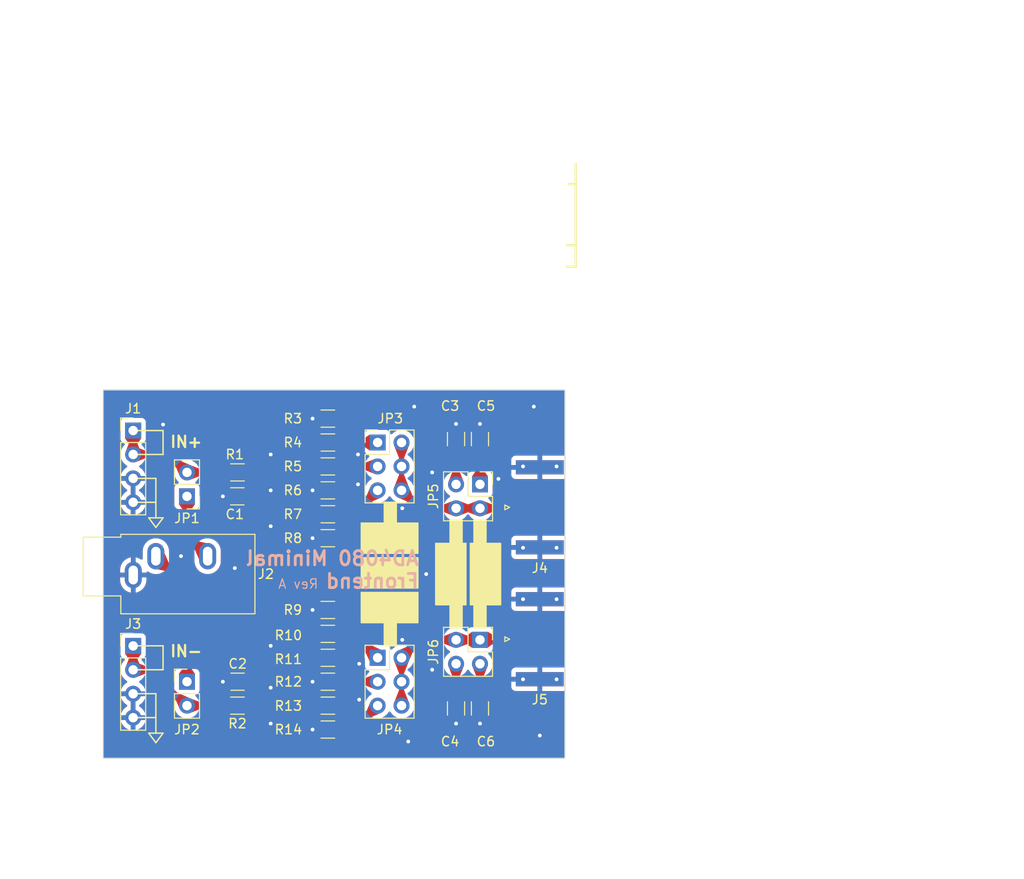
<source format=kicad_pcb>
(kicad_pcb (version 20240108) (generator "pcbnew") (generator_version "8.0")
  (layers (0 "F.Cu" signal) (31 "B.Cu" signal) (34 "B.Paste" user) (35 "F.Paste" user) (36 "B.SilkS" user "B.Silkscreen") (37 "F.SilkS" user "F.Silkscreen") (38 "B.Mask" user) (39 "F.Mask" user) (44 "Edge.Cuts" user))
  (net 0 "")
  (net 1 "Net-(C1-Pad1)")
  (net 2 "GND")
  (net 3 "Net-(C3-Pad2)")
  (net 4 "Net-(C4-Pad1)")
  (net 5 "Net-(C5-Pad2)")
  (net 6 "Net-(C6-Pad1)")
  (net 7 "Net-(JP2-A)")
  (net 8 "Net-(JP1-A)")
  (net 9 "Net-(J3-Pin_1)")
  (net 10 "Net-(C2-Pad1)")
  (net 11 "Net-(J4-In)")
  (net 12 "Net-(J5-In)")
  (net 13 "Net-(JP3-Pad1)")
  (net 14 "Net-(JP3-Pad5)")
  (net 15 "Net-(JP3-Pad3)")
  (net 16 "Net-(JP4-Pad5)")
  (net 17 "Net-(JP4-Pad1)")
  (net 18 "Net-(JP4-Pad3)")
  (net 19 "Net-(J1-Pin_1)")
  (footprint "Resistor_SMD:R_1206_3216Metric_Pad1.30x1.75mm_HandSolder" (layer "F.Cu") (at 60.045 95.249999 180)
    (property "Reference" "R9" (at 2.641 0 180) (layer "F.SilkS") (effects (justify right)))
    (property "Value" "R_US")
    (fp_line (start -0.727064 0.91) (end 0.727064 0.91) (stroke (width 0.12)) (layer "F.SilkS"))
    (fp_line (start -0.727064 -0.91) (end 0.727064 -0.91) (stroke (width 0.12)) (layer "F.SilkS"))
    (pad "1" smd roundrect (at -1.55 0 180) (size 1.3 1.75) (layers "F.Cu" "F.Paste" "F.Mask") (roundrect_rratio 0.192308) (net 17 "Net-(JP4-Pad1)"))
    (pad "2" smd roundrect (at 1.55 0 180) (size 1.3 1.75) (layers "F.Cu" "F.Paste" "F.Mask") (roundrect_rratio 0.192308) (net 2 "GND"))
  )
  (footprint "Connector_Coaxial:SMA_Amphenol_132289_EdgeMount" (layer "F.Cu") (at 82.55 98.357)
    (property "Reference" "J5" (at 0 6.418 180) (layer "F.SilkS"))
    (property "Value" "Conn_Coaxial")
    (fp_line (start -3.71 -0.25) (end -3.71 0.25) (stroke (width 0.12)) (layer "F.SilkS"))
    (fp_line (start -3.71 0.25) (end -3.21 0) (stroke (width 0.12)) (layer "F.SilkS"))
    (fp_line (start -3.21 0) (end -3.71 -0.25) (stroke (width 0.12)) (layer "F.SilkS"))
    (pad "1" smd rect (at 0 0 90) (size 1.5 5.08) (layers "F.Cu" "F.Paste" "F.Mask") (net 12 "Net-(J5-In)"))
    (pad "2" smd rect (at 0 -4.25 90) (size 1.5 5.08) (layers "F.Cu" "F.Paste" "F.Mask") (net 2 "GND"))
    (pad "2" smd rect (at 0 -4.25 90) (size 1.5 5.08) (layers "B.Cu" "B.Paste" "B.Mask") (net 2 "GND"))
    (pad "2" smd rect (at 0 4.25 90) (size 1.5 5.08) (layers "F.Cu" "F.Paste" "F.Mask") (net 2 "GND"))
    (pad "2" smd rect (at 0 4.25 90) (size 1.5 5.08) (layers "B.Cu" "B.Paste" "B.Mask") (net 2 "GND"))
  )
  (footprint "Resistor_SMD:R_1206_3216Metric_Pad1.30x1.75mm_HandSolder" (layer "F.Cu") (at 60.045 102.869999 180)
    (property "Reference" "R12" (at 2.641 0 180) (layer "F.SilkS") (effects (justify right)))
    (property "Value" "R_US")
    (fp_line (start -0.727064 0.91) (end 0.727064 0.91) (stroke (width 0.12)) (layer "F.SilkS"))
    (fp_line (start -0.727064 -0.91) (end 0.727064 -0.91) (stroke (width 0.12)) (layer "F.SilkS"))
    (pad "1" smd roundrect (at -1.55 0 180) (size 1.3 1.75) (layers "F.Cu" "F.Paste" "F.Mask") (roundrect_rratio 0.192308) (net 18 "Net-(JP4-Pad3)"))
    (pad "2" smd roundrect (at 1.55 0 180) (size 1.3 1.75) (layers "F.Cu" "F.Paste" "F.Mask") (roundrect_rratio 0.192308) (net 2 "GND"))
  )
  (footprint "Capacitor_SMD:C_1206_3216Metric_Pad1.33x1.80mm_HandSolder" (layer "F.Cu") (at 50.4575 102.87 180)
    (property "Reference" "C2" (at -0.0125 1.905 0) (layer "F.SilkS"))
    (property "Value" "C")
    (fp_line (start -0.711252 0.91) (end 0.711252 0.91) (stroke (width 0.12)) (layer "F.SilkS"))
    (fp_line (start -0.711252 -0.91) (end 0.711252 -0.91) (stroke (width 0.12)) (layer "F.SilkS"))
    (pad "1" smd roundrect (at -1.5625 0 180) (size 1.325 1.8) (layers "F.Cu" "F.Paste" "F.Mask") (roundrect_rratio 0.188679) (net 10 "Net-(C2-Pad1)"))
    (pad "2" smd roundrect (at 1.5625 0 180) (size 1.325 1.8) (layers "F.Cu" "F.Paste" "F.Mask") (roundrect_rratio 0.188679) (net 2 "GND"))
  )
  (footprint "Connector_PinHeader_2.54mm:PinHeader_1x04_P2.54mm_Vertical" (layer "F.Cu") (at 39.37 99.07)
    (property "Reference" "J3" (at 0 -2.33 0) (layer "F.SilkS"))
    (property "Value" "Conn_01x04_Pin")
    (fp_line (start -1.33 -1.33) (end 0 -1.33) (stroke (width 0.12)) (layer "F.SilkS"))
    (fp_line (start -1.33 0) (end -1.33 -1.33) (stroke (width 0.12)) (layer "F.SilkS"))
    (fp_line (start -1.33 1.27) (end -1.33 8.95) (stroke (width 0.12)) (layer "F.SilkS"))
    (fp_line (start -1.33 1.27) (end 1.33 1.27) (stroke (width 0.12)) (layer "F.SilkS"))
    (fp_line (start -1.33 8.95) (end 1.33 8.95) (stroke (width 0.12)) (layer "F.SilkS"))
    (fp_line (start 1.33 1.27) (end 1.33 8.95) (stroke (width 0.12)) (layer "F.SilkS"))
    (pad "1" thru_hole rect (at 0 0) (size 1.7 1.7) (drill 1) (layers "*.Cu" "*.Mask") (net 9 "Net-(J3-Pin_1)"))
    (pad "2" thru_hole oval (at 0 2.54) (size 1.7 1.7) (drill 1) (layers "*.Cu" "*.Mask") (net 9 "Net-(J3-Pin_1)"))
    (pad "3" thru_hole oval (at 0 5.08) (size 1.7 1.7) (drill 1) (layers "*.Cu" "*.Mask") (net 2 "GND"))
    (pad "4" thru_hole oval (at 0 7.62) (size 1.7 1.7) (drill 1) (layers "*.Cu" "*.Mask") (net 2 "GND"))
  )
  (footprint "Connector_Audio:Jack_3.5mm_CUI_SJ1-3533NG_Horizontal" (layer "F.Cu") (at 39.38 91.54 90)
    (property "Reference" "J2" (at 0.1 14.087 0) (layer "F.SilkS"))
    (property "Value" "AudioJack2_Ground")
    (fp_line (start 4.02 -5.32) (end 4.02 -1.32) (stroke (width 0.12)) (layer "F.SilkS"))
    (fp_line (start -2.22 -5.32) (end 4.02 -5.32) (stroke (width 0.12)) (layer "F.SilkS"))
    (fp_line (start 4.32 -1.32) (end 4.32 12.92) (stroke (width 0.12)) (layer "F.SilkS"))
    (fp_line (start 4.02 -1.32) (end 4.32 -1.32) (stroke (width 0.12)) (layer "F.SilkS"))
    (fp_line (start -2.22 -1.32) (end -2.22 -5.32) (stroke (width 0.12)) (layer "F.SilkS"))
    (fp_line (start -4.12 -1.32) (end -2.22 -1.32) (stroke (width 0.12)) (layer "F.SilkS"))
    (fp_line (start 4.32 12.92) (end -4.12 12.92) (stroke (width 0.12)) (layer "F.SilkS"))
    (fp_line (start -4.12 12.92) (end -4.12 -1.32) (stroke (width 0.12)) (layer "F.SilkS"))
    (pad "R" thru_hole oval (at 2 7.9 90) (size 2.8 1.8) (drill oval 2 1) (layers "*.Cu" "*.Mask") (net 8 "Net-(JP1-A)"))
    (pad "S" thru_hole oval (at 0 0 90) (size 2.8 1.8) (drill oval 2 1) (layers "*.Cu" "*.Mask") (net 2 "GND"))
    (pad "T" thru_hole oval (at 2 2.4 90) (size 2.8 1.8) (drill oval 2 1) (layers "*.Cu" "*.Mask") (net 7 "Net-(JP2-A)"))
  )
  (footprint "Connector_PinHeader_2.54mm:PinHeader_2x02_P2.54mm_Vertical" (layer "F.Cu") (at 76.2 81.915 -90)
    (property "Reference" "JP5" (at 1.27 4.953 90) (layer "F.SilkS"))
    (property "Value" "~")
    (fp_line (start -1.33 3.87) (end 3.87 3.87) (stroke (width 0.12)) (layer "F.SilkS"))
    (fp_line (start -1.33 1.27) (end -1.33 3.87) (stroke (width 0.12)) (layer "F.SilkS"))
    (fp_line (start -1.33 1.27) (end 1.27 1.27) (stroke (width 0.12)) (layer "F.SilkS"))
    (fp_line (start 1.27 1.27) (end 1.27 -1.33) (stroke (width 0.12)) (layer "F.SilkS"))
    (fp_line (start -1.33 0) (end -1.33 -1.33) (stroke (width 0.12)) (layer "F.SilkS"))
    (fp_line (start -1.33 -1.33) (end 0 -1.33) (stroke (width 0.12)) (layer "F.SilkS"))
    (fp_line (start 1.27 -1.33) (end 3.87 -1.33) (stroke (width 0.12)) (layer "F.SilkS"))
    (fp_line (start 3.87 -1.33) (end 3.87 3.87) (stroke (width 0.12)) (layer "F.SilkS"))
    (pad "1" thru_hole rect (at 0 0 270) (size 1.7 1.7) (drill 1) (layers "*.Cu" "*.Mask") (net 5 "Net-(C5-Pad2)"))
    (pad "2" thru_hole oval (at 2.54 0 270) (size 1.7 1.7) (drill 1) (layers "*.Cu" "*.Mask") (net 11 "Net-(J4-In)"))
    (pad "3" thru_hole oval (at 0 2.54 270) (size 1.7 1.7) (drill 1) (layers "*.Cu" "*.Mask") (net 3 "Net-(C3-Pad2)"))
    (pad "4" thru_hole oval (at 2.54 2.54 270) (size 1.7 1.7) (drill 1) (layers "*.Cu" "*.Mask") (net 11 "Net-(J4-In)"))
  )
  (footprint "Resistor_SMD:R_1206_3216Metric_Pad1.30x1.75mm_HandSolder" (layer "F.Cu") (at 60.045 105.409999 180)
    (property "Reference" "R13" (at 2.641 -0.025403 180) (layer "F.SilkS") (effects (justify right)))
    (property "Value" "R_US")
    (fp_line (start -0.727064 0.91) (end 0.727064 0.91) (stroke (width 0.12)) (layer "F.SilkS"))
    (fp_line (start -0.727064 -0.91) (end 0.727064 -0.91) (stroke (width 0.12)) (layer "F.SilkS"))
    (pad "1" smd roundrect (at -1.55 0 180) (size 1.3 1.75) (layers "F.Cu" "F.Paste" "F.Mask") (roundrect_rratio 0.192308) (net 16 "Net-(JP4-Pad5)"))
    (pad "2" smd roundrect (at 1.55 0 180) (size 1.3 1.75) (layers "F.Cu" "F.Paste" "F.Mask") (roundrect_rratio 0.192308) (net 10 "Net-(C2-Pad1)"))
  )
  (footprint "Resistor_SMD:R_1206_3216Metric_Pad1.30x1.75mm_HandSolder" (layer "F.Cu") (at 60.045 74.93 180)
    (property "Reference" "R3" (at 2.641 0 180) (layer "F.SilkS") (effects (justify right)))
    (property "Value" "R_US")
    (fp_line (start -0.727064 0.91) (end 0.727064 0.91) (stroke (width 0.12)) (layer "F.SilkS"))
    (fp_line (start -0.727064 -0.91) (end 0.727064 -0.91) (stroke (width 0.12)) (layer "F.SilkS"))
    (pad "1" smd roundrect (at -1.55 0 180) (size 1.3 1.75) (layers "F.Cu" "F.Paste" "F.Mask") (roundrect_rratio 0.192308) (net 13 "Net-(JP3-Pad1)"))
    (pad "2" smd roundrect (at 1.55 0 180) (size 1.3 1.75) (layers "F.Cu" "F.Paste" "F.Mask") (roundrect_rratio 0.192308) (net 2 "GND"))
  )
  (footprint "Connector_PinHeader_2.54mm:PinHeader_1x02_P2.54mm_Vertical" (layer "F.Cu") (at 45.085 102.87)
    (property "Reference" "JP2" (at 0 5.08 0) (layer "F.SilkS"))
    (property "Value" "Jumper_2_Open")
    (fp_line (start -1.33 -1.33) (end 0 -1.33) (stroke (width 0.12)) (layer "F.SilkS"))
    (fp_line (start -1.33 0) (end -1.33 -1.33) (stroke (width 0.12)) (layer "F.SilkS"))
    (fp_line (start -1.33 1.270001) (end -1.33 3.87) (stroke (width 0.12)) (layer "F.SilkS"))
    (fp_line (start -1.33 1.270001) (end 1.33 1.270001) (stroke (width 0.12)) (layer "F.SilkS"))
    (fp_line (start -1.33 3.87) (end 1.33 3.87) (stroke (width 0.12)) (layer "F.SilkS"))
    (fp_line (start 1.33 1.270001) (end 1.33 3.87) (stroke (width 0.12)) (layer "F.SilkS"))
    (pad "1" thru_hole rect (at 0 0) (size 1.7 1.7) (drill 1) (layers "*.Cu" "*.Mask") (net 7 "Net-(JP2-A)"))
    (pad "2" thru_hole oval (at 0 2.54) (size 1.7 1.7) (drill 1) (layers "*.Cu" "*.Mask") (net 9 "Net-(J3-Pin_1)"))
  )
  (footprint "Connector_PinHeader_2.54mm:PinHeader_1x02_P2.54mm_Vertical" (layer "F.Cu") (at 45.085 83.185 180)
    (property "Reference" "JP1" (at 0 -2.33 180) (layer "F.SilkS"))
    (property "Value" "Jumper_2_Open")
    (fp_line (start 1.33 1.270001) (end 1.33 3.87) (stroke (width 0.12)) (layer "F.SilkS"))
    (fp_line (start -1.33 3.87) (end 1.33 3.87) (stroke (width 0.12)) (layer "F.SilkS"))
    (fp_line (start -1.33 1.270001) (end 1.33 1.270001) (stroke (width 0.12)) (layer "F.SilkS"))
    (fp_line (start -1.33 1.270001) (end -1.33 3.87) (stroke (width 0.12)) (layer "F.SilkS"))
    (fp_line (start -1.33 0) (end -1.33 -1.33) (stroke (width 0.12)) (layer "F.SilkS"))
    (fp_line (start -1.33 -1.33) (end 0 -1.33) (stroke (width 0.12)) (layer "F.SilkS"))
    (pad "1" thru_hole rect (at 0 0 180) (size 1.7 1.7) (drill 1) (layers "*.Cu" "*.Mask") (net 8 "Net-(JP1-A)"))
    (pad "2" thru_hole oval (at 0 2.54 180) (size 1.7 1.7) (drill 1) (layers "*.Cu" "*.Mask") (net 19 "Net-(J1-Pin_1)"))
  )
  (footprint "Resistor_SMD:R_1206_3216Metric_Pad1.30x1.75mm_HandSolder" (layer "F.Cu") (at 60.045 107.949999 180)
    (property "Reference" "R14" (at 2.641 0 180) (layer "F.SilkS") (effects (justify right)))
    (property "Value" "R_US")
    (fp_line (start -0.727064 0.91) (end 0.727064 0.91) (stroke (width 0.12)) (layer "F.SilkS"))
    (fp_line (start -0.727064 -0.91) (end 0.727064 -0.91) (stroke (width 0.12)) (layer "F.SilkS"))
    (pad "1" smd roundrect (at -1.55 0 180) (size 1.3 1.75) (layers "F.Cu" "F.Paste" "F.Mask") (roundrect_rratio 0.192308) (net 16 "Net-(JP4-Pad5)"))
    (pad "2" smd roundrect (at 1.55 0 180) (size 1.3 1.75) (layers "F.Cu" "F.Paste" "F.Mask") (roundrect_rratio 0.192308) (net 2 "GND"))
  )
  (footprint "Resistor_SMD:R_1206_3216Metric_Pad1.30x1.75mm_HandSolder" (layer "F.Cu") (at 60.045 80.01 180)
    (property "Reference" "R5" (at 2.641 0 180) (layer "F.SilkS") (effects (justify right)))
    (property "Value" "R_US")
    (fp_line (start -0.727064 0.91) (end 0.727064 0.91) (stroke (width 0.12)) (layer "F.SilkS"))
    (fp_line (start -0.727064 -0.91) (end 0.727064 -0.91) (stroke (width 0.12)) (layer "F.SilkS"))
    (pad "1" smd roundrect (at -1.55 0 180) (size 1.3 1.75) (layers "F.Cu" "F.Paste" "F.Mask") (roundrect_rratio 0.192308) (net 15 "Net-(JP3-Pad3)"))
    (pad "2" smd roundrect (at 1.55 0 180) (size 1.3 1.75) (layers "F.Cu" "F.Paste" "F.Mask") (roundrect_rratio 0.192308) (net 1 "Net-(C1-Pad1)"))
  )
  (footprint "Capacitor_SMD:C_1206_3216Metric_Pad1.33x1.80mm_HandSolder" (layer "F.Cu") (at 73.655 77.106299 -90)
    (property "Reference" "C3" (at -3.5175 0.635 0) (layer "F.SilkS"))
    (property "Value" "C")
    (fp_line (start -0.711252 0.91) (end 0.711252 0.91) (stroke (width 0.12)) (layer "F.SilkS"))
    (fp_line (start -0.711252 -0.91) (end 0.711252 -0.91) (stroke (width 0.12)) (layer "F.SilkS"))
    (pad "1" smd roundrect (at -1.5625 0 270) (size 1.325 1.8) (layers "F.Cu" "F.Paste" "F.Mask") (roundrect_rratio 0.188679) (net 2 "GND"))
    (pad "2" smd roundrect (at 1.5625 0 270) (size 1.325 1.8) (layers "F.Cu" "F.Paste" "F.Mask") (roundrect_rratio 0.188679) (net 3 "Net-(C3-Pad2)"))
  )
  (footprint "Resistor_SMD:R_1206_3216Metric_Pad1.30x1.75mm_HandSolder" (layer "F.Cu") (at 50.445001 80.645)
    (property "Reference" "R1" (at -0.280001 -1.905 180) (layer "F.SilkS"))
    (property "Value" "R_US")
    (fp_line (start -0.727064 -0.91) (end 0.727064 -0.91) (stroke (width 0.12)) (layer "F.SilkS"))
    (fp_line (start -0.727064 0.91) (end 0.727064 0.91) (stroke (width 0.12)) (layer "F.SilkS"))
    (pad "1" smd roundrect (at -1.550001 0) (size 1.3 1.75) (layers "F.Cu" "F.Paste" "F.Mask") (roundrect_rratio 0.192308) (net 19 "Net-(J1-Pin_1)"))
    (pad "2" smd roundrect (at 1.550001 0) (size 1.3 1.75) (layers "F.Cu" "F.Paste" "F.Mask") (roundrect_rratio 0.192308) (net 1 "Net-(C1-Pad1)"))
  )
  (footprint "Resistor_SMD:R_1206_3216Metric_Pad1.30x1.75mm_HandSolder" (layer "F.Cu") (at 50.445001 105.41)
    (property "Reference" "R2" (at 0 1.905 180) (layer "F.SilkS"))
    (property "Value" "R_US")
    (fp_line (start -0.727064 -0.91) (end 0.727064 -0.91) (stroke (width 0.12)) (layer "F.SilkS"))
    (fp_line (start -0.727064 0.91) (end 0.727064 0.91) (stroke (width 0.12)) (layer "F.SilkS"))
    (pad "1" smd roundrect (at -1.550001 0) (size 1.3 1.75) (layers "F.Cu" "F.Paste" "F.Mask") (roundrect_rratio 0.192308) (net 9 "Net-(J3-Pin_1)"))
    (pad "2" smd roundrect (at 1.550001 0) (size 1.3 1.75) (layers "F.Cu" "F.Paste" "F.Mask") (roundrect_rratio 0.192308) (net 10 "Net-(C2-Pad1)"))
  )
  (footprint "Connector_PinHeader_2.54mm:PinHeader_2x03_P2.54mm_Vertical" (layer "F.Cu") (at 65.33 100.33)
    (property "Reference" "JP4" (at 1.27 7.62 0) (layer "F.SilkS"))
    (property "Value" "~")
    (fp_line (start -1.33 -1.33) (end 0 -1.33) (stroke (width 0.12)) (layer "F.SilkS"))
    (fp_line (start -1.33 0) (end -1.33 -1.33) (stroke (width 0.12)) (layer "F.SilkS"))
    (fp_line (start -1.33 1.27) (end -1.33 6.41) (stroke (width 0.12)) (layer "F.SilkS"))
    (fp_line (start -1.33 1.27) (end 1.27 1.27) (stroke (width 0.12)) (layer "F.SilkS"))
    (fp_line (start -1.33 6.41) (end 3.87 6.41) (stroke (width 0.12)) (layer "F.SilkS"))
    (fp_line (start 1.27 -1.33) (end 3.87 -1.33) (stroke (width 0.12)) (layer "F.SilkS"))
    (fp_line (start 1.27 1.27) (end 1.27 -1.33) (stroke (width 0.12)) (layer "F.SilkS"))
    (fp_line (start 3.87 -1.33) (end 3.87 6.41) (stroke (width 0.12)) (layer "F.SilkS"))
    (pad "1" thru_hole rect (at 0 0) (size 1.7 1.7) (drill 1) (layers "*.Cu" "*.Mask") (net 17 "Net-(JP4-Pad1)"))
    (pad "2" thru_hole oval (at 2.54 0) (size 1.7 1.7) (drill 1) (layers "*.Cu" "*.Mask") (net 12 "Net-(J5-In)"))
    (pad "3" thru_hole oval (at 0 2.54) (size 1.7 1.7) (drill 1) (layers "*.Cu" "*.Mask") (net 18 "Net-(JP4-Pad3)"))
    (pad "4" thru_hole oval (at 2.54 2.54) (size 1.7 1.7) (drill 1) (layers "*.Cu" "*.Mask") (net 12 "Net-(J5-In)"))
    (pad "5" thru_hole oval (at 0 5.08) (size 1.7 1.7) (drill 1) (layers "*.Cu" "*.Mask") (net 16 "Net-(JP4-Pad5)"))
    (pad "6" thru_hole oval (at 2.54 5.08) (size 1.7 1.7) (drill 1) (layers "*.Cu" "*.Mask") (net 12 "Net-(J5-In)"))
  )
  (footprint "Resistor_SMD:R_1206_3216Metric_Pad1.30x1.75mm_HandSolder" (layer "F.Cu") (at 60.045 82.55 180)
    (property "Reference" "R6" (at 2.641 0 180) (layer "F.SilkS") (effects (justify right)))
    (property "Value" "R_US")
    (fp_line (start -0.727064 0.91) (end 0.727064 0.91) (stroke (width 0.12)) (layer "F.SilkS"))
    (fp_line (start -0.727064 -0.91) (end 0.727064 -0.91) (stroke (width 0.12)) (layer "F.SilkS"))
    (pad "1" smd roundrect (at -1.55 0 180) (size 1.3 1.75) (layers "F.Cu" "F.Paste" "F.Mask") (roundrect_rratio 0.192308) (net 15 "Net-(JP3-Pad3)"))
    (pad "2" smd roundrect (at 1.55 0 180) (size 1.3 1.75) (layers "F.Cu" "F.Paste" "F.Mask") (roundrect_rratio 0.192308) (net 2 "GND"))
  )
  (footprint "Capacitor_SMD:C_1206_3216Metric_Pad1.33x1.80mm_HandSolder" (layer "F.Cu") (at 76.195 105.7075 -90)
    (property "Reference" "C6" (at 3.5175 -0.635 0) (layer "F.SilkS"))
    (property "Value" "C")
    (fp_line (start -0.711252 0.91) (end 0.711252 0.91) (stroke (width 0.12)) (layer "F.SilkS"))
    (fp_line (start -0.711252 -0.91) (end 0.711252 -0.91) (stroke (width 0.12)) (layer "F.SilkS"))
    (pad "1" smd roundrect (at -1.5625 0 270) (size 1.325 1.8) (layers "F.Cu" "F.Paste" "F.Mask") (roundrect_rratio 0.188679) (net 6 "Net-(C6-Pad1)"))
    (pad "2" smd roundrect (at 1.5625 0 270) (size 1.325 1.8) (layers "F.Cu" "F.Paste" "F.Mask") (roundrect_rratio 0.188679) (net 2 "GND"))
  )
  (footprint "Resistor_SMD:R_1206_3216Metric_Pad1.30x1.75mm_HandSolder" (layer "F.Cu") (at 60.045 77.47 180)
    (property "Reference" "R4" (at 2.641 0 180) (layer "F.SilkS") (effects (justify right)))
    (property "Value" "R_US")
    (fp_line (start -0.727064 0.91) (end 0.727064 0.91) (stroke (width 0.12)) (layer "F.SilkS"))
    (fp_line (start -0.727064 -0.91) (end 0.727064 -0.91) (stroke (width 0.12)) (layer "F.SilkS"))
    (pad "1" smd roundrect (at -1.55 0 180) (size 1.3 1.75) (layers "F.Cu" "F.Paste" "F.Mask") (roundrect_rratio 0.192308) (net 13 "Net-(JP3-Pad1)"))
    (pad "2" smd roundrect (at 1.55 0 180) (size 1.3 1.75) (layers "F.Cu" "F.Paste" "F.Mask") (roundrect_rratio 0.192308) (net 1 "Net-(C1-Pad1)"))
  )
  (footprint "Resistor_SMD:R_1206_3216Metric_Pad1.30x1.75mm_HandSolder" (layer "F.Cu") (at 60.045 97.789999 180)
    (property "Reference" "R10" (at 2.641 -0.1524 180) (layer "F.SilkS") (effects (justify right)))
    (property "Value" "R_US")
    (fp_line (start -0.727064 0.91) (end 0.727064 0.91) (stroke (width 0.12)) (layer "F.SilkS"))
    (fp_line (start -0.727064 -0.91) (end 0.727064 -0.91) (stroke (width 0.12)) (layer "F.SilkS"))
    (pad "1" smd roundrect (at -1.55 0 180) (size 1.3 1.75) (layers "F.Cu" "F.Paste" "F.Mask") (roundrect_rratio 0.192308) (net 17 "Net-(JP4-Pad1)"))
    (pad "2" smd roundrect (at 1.55 0 180) (size 1.3 1.75) (layers "F.Cu" "F.Paste" "F.Mask") (roundrect_rratio 0.192308) (net 10 "Net-(C2-Pad1)"))
  )
  (footprint "Connector_PinHeader_2.54mm:PinHeader_2x02_P2.54mm_Vertical" (layer "F.Cu") (at 76.2 98.425 -90)
    (property "Reference" "JP6" (at 1.27 4.953 90) (layer "F.SilkS"))
    (property "Value" "~")
    (fp_line (start -1.33 3.87) (end 3.87 3.87) (stroke (width 0.12)) (layer "F.SilkS"))
    (fp_line (start -1.33 1.27) (end -1.33 3.87) (stroke (width 0.12)) (layer "F.SilkS"))
    (fp_line (start -1.33 1.27) (end 1.27 1.27) (stroke (width 0.12)) (layer "F.SilkS"))
    (fp_line (start 1.27 1.27) (end 1.27 -1.33) (stroke (width 0.12)) (layer "F.SilkS"))
    (fp_line (start -1.33 0) (end -1.33 -1.33) (stroke (width 0.12)) (layer "F.SilkS"))
    (fp_line (start -1.33 -1.33) (end 0 -1.33) (stroke (width 0.12)) (layer "F.SilkS"))
    (fp_line (start 1.27 -1.33) (end 3.87 -1.33) (stroke (width 0.12)) (layer "F.SilkS"))
    (fp_line (start 3.87 -1.33) (end 3.87 3.87) (stroke (width 0.12)) (layer "F.SilkS"))
    (pad "1" thru_hole rect (at 0 0 270) (size 1.7 1.7) (drill 1) (layers "*.Cu" "*.Mask") (net 12 "Net-(J5-In)"))
    (pad "2" thru_hole oval (at 2.54 0 270) (size 1.7 1.7) (drill 1) (layers "*.Cu" "*.Mask") (net 6 "Net-(C6-Pad1)"))
    (pad "3" thru_hole oval (at 0 2.54 270) (size 1.7 1.7) (drill 1) (layers "*.Cu" "*.Mask") (net 12 "Net-(J5-In)"))
    (pad "4" thru_hole oval (at 2.54 2.54 270) (size 1.7 1.7) (drill 1) (layers "*.Cu" "*.Mask") (net 4 "Net-(C4-Pad1)"))
  )
  (footprint "Capacitor_SMD:C_1206_3216Metric_Pad1.33x1.80mm_HandSolder" (layer "F.Cu") (at 73.655 105.7075 -90)
    (property "Reference" "C4" (at 3.5175 0.635 0) (layer "F.SilkS"))
    (property "Value" "C")
    (fp_line (start -0.711252 0.91) (end 0.711252 0.91) (stroke (width 0.12)) (layer "F.SilkS"))
    (fp_line (start -0.711252 -0.91) (end 0.711252 -0.91) (stroke (width 0.12)) (layer "F.SilkS"))
    (pad "1" smd roundrect (at -1.5625 0 270) (size 1.325 1.8) (layers "F.Cu" "F.Paste" "F.Mask") (roundrect_rratio 0.188679) (net 4 "Net-(C4-Pad1)"))
    (pad "2" smd roundrect (at 1.5625 0 270) (size 1.325 1.8) (layers "F.Cu" "F.Paste" "F.Mask") (roundrect_rratio 0.188679) (net 2 "GND"))
  )
  (footprint "Connector_PinHeader_2.54mm:PinHeader_1x04_P2.54mm_Vertical" (layer "F.Cu") (at 39.37 76.2)
    (property "Reference" "J1" (at 0 -2.33 0) (layer "F.SilkS"))
    (property "Value" "Conn_01x04_Pin")
    (fp_line (start -1.33 -1.33) (end 0 -1.33) (stroke (width 0.12)) (layer "F.SilkS"))
    (fp_line (start -1.33 0) (end -1.33 -1.33) (stroke (width 0.12)) (layer "F.SilkS"))
    (fp_line (start -1.33 1.27) (end -1.33 8.95) (stroke (width 0.12)) (layer "F.SilkS"))
    (fp_line (start -1.33 1.27) (end 1.33 1.27) (stroke (width 0.12)) (layer "F.SilkS"))
    (fp_line (start -1.33 8.95) (end 1.33 8.95) (stroke (width 0.12)) (layer "F.SilkS"))
    (fp_line (start 1.33 1.27) (end 1.33 8.95) (stroke (width 0.12)) (layer "F.SilkS"))
    (pad "1" thru_hole rect (at 0 0) (size 1.7 1.7) (drill 1) (layers "*.Cu" "*.Mask") (net 19 "Net-(J1-Pin_1)"))
    (pad "2" thru_hole oval (at 0 2.54) (size 1.7 1.7) (drill 1) (layers "*.Cu" "*.Mask") (net 19 "Net-(J1-Pin_1)"))
    (pad "3" thru_hole oval (at 0 5.08) (size 1.7 1.7) (drill 1) (layers "*.Cu" "*.Mask") (net 2 "GND"))
    (pad "4" thru_hole oval (at 0 7.62) (size 1.7 1.7) (drill 1) (layers "*.Cu" "*.Mask") (net 2 "GND"))
  )
  (footprint "Resistor_SMD:R_1206_3216Metric_Pad1.30x1.75mm_HandSolder" (layer "F.Cu") (at 60.045 87.63 180)
    (property "Reference" "R8" (at 2.641 0 180) (layer "F.SilkS") (effects (justify right)))
    (property "Value" "R_US")
    (fp_line (start -0.727064 0.91) (end 0.727064 0.91) (stroke (width 0.12)) (layer "F.SilkS"))
    (fp_line (start -0.727064 -0.91) (end 0.727064 -0.91) (stroke (width 0.12)) (layer "F.SilkS"))
    (pad "1" smd roundrect (at -1.55 0 180) (size 1.3 1.75) (layers "F.Cu" "F.Paste" "F.Mask") (roundrect_rratio 0.192308) (net 14 "Net-(JP3-Pad5)"))
    (pad "2" smd roundrect (at 1.55 0 180) (size 1.3 1.75) (layers "F.Cu" "F.Paste" "F.Mask") (roundrect_rratio 0.192308) (net 2 "GND"))
  )
  (footprint "Capacitor_SMD:C_1206_3216Metric_Pad1.33x1.80mm_HandSolder" (layer "F.Cu") (at 50.432502 83.185001 180)
    (property "Reference" "C1" (at 0.267502 -1.904999 0) (layer "F.SilkS"))
    (property "Value" "C")
    (fp_line (start -0.711252 0.91) (end 0.711252 0.91) (stroke (width 0.12)) (layer "F.SilkS"))
    (fp_line (start -0.711252 -0.91) (end 0.711252 -0.91) (stroke (width 0.12)) (layer "F.SilkS"))
    (pad "1" smd roundrect (at -1.5625 0 180) (size 1.325 1.8) (layers "F.Cu" "F.Paste" "F.Mask") (roundrect_rratio 0.188679) (net 1 "Net-(C1-Pad1)"))
    (pad "2" smd roundrect (at 1.5625 0 180) (size 1.325 1.8) (layers "F.Cu" "F.Paste" "F.Mask") (roundrect_rratio 0.188679) (net 2 "GND"))
  )
  (footprint "Capacitor_SMD:C_1206_3216Metric_Pad1.33x1.80mm_HandSolder" (layer "F.Cu") (at 76.195 77.106299 -90)
    (property "Reference" "C5" (at -3.5175 -0.635 0) (layer "F.SilkS"))
    (property "Value" "C")
    (fp_line (start -0.711252 0.91) (end 0.711252 0.91) (stroke (width 0.12)) (layer "F.SilkS"))
    (fp_line (start -0.711252 -0.91) (end 0.711252 -0.91) (stroke (width 0.12)) (layer "F.SilkS"))
    (pad "1" smd roundrect (at -1.5625 0 270) (size 1.325 1.8) (layers "F.Cu" "F.Paste" "F.Mask") (roundrect_rratio 0.188679) (net 2 "GND"))
    (pad "2" smd roundrect (at 1.5625 0 270) (size 1.325 1.8) (layers "F.Cu" "F.Paste" "F.Mask") (roundrect_rratio 0.188679) (net 5 "Net-(C5-Pad2)"))
  )
  (footprint "Connector_Coaxial:SMA_Amphenol_132289_EdgeMount" (layer "F.Cu") (at 82.55 84.357)
    (property "Reference" "J4" (at 0 6.448 180) (layer "F.SilkS"))
    (property "Value" "Conn_Coaxial")
    (fp_line (start -3.71 -0.25) (end -3.71 0.25) (stroke (width 0.12)) (layer "F.SilkS"))
    (fp_line (start -3.71 0.25) (end -3.21 0) (stroke (width 0.12)) (layer "F.SilkS"))
    (fp_line (start -3.21 0) (end -3.71 -0.25) (stroke (width 0.12)) (layer "F.SilkS"))
    (pad "1" smd rect (at 0 0 90) (size 1.5 5.08) (layers "F.Cu" "F.Paste" "F.Mask") (net 11 "Net-(J4-In)"))
    (pad "2" smd rect (at 0 -4.25 90) (size 1.5 5.08) (layers "F.Cu" "F.Paste" "F.Mask") (net 2 "GND"))
    (pad "2" smd rect (at 0 -4.25 90) (size 1.5 5.08) (layers "B.Cu" "B.Paste" "B.Mask") (net 2 "GND"))
    (pad "2" smd rect (at 0 4.25 90) (size 1.5 5.08) (layers "F.Cu" "F.Paste" "F.Mask") (net 2 "GND"))
    (pad "2" smd rect (at 0 4.25 90) (size 1.5 5.08) (layers "B.Cu" "B.Paste" "B.Mask") (net 2 "GND"))
  )
  (footprint "Resistor_SMD:R_1206_3216Metric_Pad1.30x1.75mm_HandSolder" (layer "F.Cu") (at 60.045 85.09 180)
    (property "Reference" "R7" (at 2.641 0 180) (layer "F.SilkS") (effects (justify right)))
    (property "Value" "R_US")
    (fp_line (start -0.727064 0.91) (end 0.727064 0.91) (stroke (width 0.12)) (layer "F.SilkS"))
    (fp_line (start -0.727064 -0.91) (end 0.727064 -0.91) (stroke (width 0.12)) (layer "F.SilkS"))
    (pad "1" smd roundrect (at -1.55 0 180) (size 1.3 1.75) (layers "F.Cu" "F.Paste" "F.Mask") (roundrect_rratio 0.192308) (net 14 "Net-(JP3-Pad5)"))
    (pad "2" smd roundrect (at 1.55 0 180) (size 1.3 1.75) (layers "F.Cu" "F.Paste" "F.Mask") (roundrect_rratio 0.192308) (net 1 "Net-(C1-Pad1)"))
  )
  (footprint "Connector_PinHeader_2.54mm:PinHeader_2x03_P2.54mm_Vertical" (layer "F.Cu") (at 65.33 77.47)
    (property "Reference" "JP3" (at 1.345 -2.54 0) (layer "F.SilkS"))
    (property "Value" "~")
    (fp_line (start -1.33 -1.33) (end 0 -1.33) (stroke (width 0.12)) (layer "F.SilkS"))
    (fp_line (start -1.33 0) (end -1.33 -1.33) (stroke (width 0.12)) (layer "F.SilkS"))
    (fp_line (start -1.33 1.27) (end -1.33 6.41) (stroke (width 0.12)) (layer "F.SilkS"))
    (fp_line (start -1.33 1.27) (end 1.27 1.27) (stroke (width 0.12)) (layer "F.SilkS"))
    (fp_line (start -1.33 6.41) (end 3.87 6.41) (stroke (width 0.12)) (layer "F.SilkS"))
    (fp_line (start 1.27 -1.33) (end 3.87 -1.33) (stroke (width 0.12)) (layer "F.SilkS"))
    (fp_line (start 1.27 1.27) (end 1.27 -1.33) (stroke (width 0.12)) (layer "F.SilkS"))
    (fp_line (start 3.87 -1.33) (end 3.87 6.41) (stroke (width 0.12)) (layer "F.SilkS"))
    (pad "1" thru_hole rect (at 0 0) (size 1.7 1.7) (drill 1) (layers "*.Cu" "*.Mask") (net 13 "Net-(JP3-Pad1)"))
    (pad "2" thru_hole oval (at 2.54 0) (size 1.7 1.7) (drill 1) (layers "*.Cu" "*.Mask") (net 11 "Net-(J4-In)"))
    (pad "3" thru_hole oval (at 0 2.54) (size 1.7 1.7) (drill 1) (layers "*.Cu" "*.Mask") (net 15 "Net-(JP3-Pad3)"))
    (pad "4" thru_hole oval (at 2.54 2.54) (size 1.7 1.7) (drill 1) (layers "*.Cu" "*.Mask") (net 11 "Net-(J4-In)"))
    (pad "5" thru_hole oval (at 0 5.08) (size 1.7 1.7) (drill 1) (layers "*.Cu" "*.Mask") (net 14 "Net-(JP3-Pad5)"))
    (pad "6" thru_hole oval (at 2.54 5.08) (size 1.7 1.7) (drill 1) (layers "*.Cu" "*.Mask") (net 11 "Net-(J4-In)"))
  )
  (footprint "Resistor_SMD:R_1206_3216Metric_Pad1.30x1.75mm_HandSolder" (layer "F.Cu") (at 60.045 100.329999 180)
    (property "Reference" "R11" (at 2.641 -0.1524 180) (layer "F.SilkS") (effects (justify right)))
    (property "Value" "R_US")
    (fp_line (start -0.727064 0.91) (end 0.727064 0.91) (stroke (width 0.12)) (layer "F.SilkS"))
    (fp_line (start -0.727064 -0.91) (end 0.727064 -0.91) (stroke (width 0.12)) (layer "F.SilkS"))
    (pad "1" smd roundrect (at -1.55 0 180) (size 1.3 1.75) (layers "F.Cu" "F.Paste" "F.Mask") (roundrect_rratio 0.192308) (net 18 "Net-(JP4-Pad3)"))
    (pad "2" smd roundrect (at 1.55 0 180) (size 1.3 1.75) (layers "F.Cu" "F.Paste" "F.Mask") (roundrect_rratio 0.192308) (net 10 "Net-(C2-Pad1)"))
  )
  (gr_rect (start 73.025 94.615) (end 74.295 97.155) (stroke (width 0.15)) (fill solid) (layer "F.SilkS"))
  (gr_line (start 42.545 85.471) (end 41.783 86.487) (stroke (width 0.15)) (layer "F.SilkS"))
  (gr_rect (start 75.565 94.615) (end 76.835 97.155) (stroke (width 0.15)) (fill solid) (layer "F.SilkS"))
  (gr_rect (start 75.565 85.725) (end 76.835 88.265) (stroke (width 0.15)) (fill solid) (layer "F.SilkS"))
  (gr_line (start 39.37 99.06) (end 42.545 99.06) (stroke (width 0.15)) (layer "F.SilkS"))
  (gr_line (start 42.545 108.331) (end 41.783 109.347) (stroke (width 0.15)) (layer "F.SilkS"))
  (gr_line (start 39.37 76.2) (end 42.545 76.2) (stroke (width 0.15)) (layer "F.SilkS"))
  (gr_line (start 39.37 81.28) (end 41.783 81.28) (stroke (width 0.15)) (layer "F.SilkS"))
  (gr_line (start 39.37 101.6) (end 42.545 101.6) (stroke (width 0.15)) (layer "F.SilkS"))
  (gr_line (start 86.36 56.515) (end 85.4456 56.515) (stroke (width 0.25)) (layer "F.SilkS"))
  (gr_line (start 86.36 50.038) (end 85.6488 50.038) (stroke (width 0.25)) (layer "F.SilkS"))
  (gr_line (start 41.021 108.331) (end 42.545 108.331) (stroke (width 0.15)) (layer "F.SilkS"))
  (gr_line (start 42.545 76.2) (end 42.545 78.74) (stroke (width 0.15)) (layer "F.SilkS"))
  (gr_line (start 41.021 85.471) (end 42.545 85.471) (stroke (width 0.15)) (layer "F.SilkS"))
  (gr_rect (start 63.6 93.396) (end 69.6 96.596) (stroke (width 0.15)) (fill solid) (layer "F.SilkS"))
  (gr_rect (start 71.501 88.186) (end 74.701 94.694) (stroke (width 0.15)) (fill solid) (layer "F.SilkS"))
  (gr_line (start 39.37 78.74) (end 42.545 78.74) (stroke (width 0.15)) (layer "F.SilkS"))
  (gr_line (start 42.545 99.06) (end 42.545 101.6) (stroke (width 0.15)) (layer "F.SilkS"))
  (gr_line (start 86.36 58.801) (end 85.3948 58.801) (stroke (width 0.25)) (layer "F.SilkS"))
  (gr_line (start 39.37 104.14) (end 41.783 104.14) (stroke (width 0.15)) (layer "F.SilkS"))
  (gr_line (start 86.36 47.879) (end 86.36 58.801) (stroke (width 0.25)) (layer "F.SilkS"))
  (gr_line (start 39.37 83.82) (end 41.783 83.82) (stroke (width 0.15)) (layer "F.SilkS"))
  (gr_line (start 39.37 106.68) (end 41.783 106.68) (stroke (width 0.15)) (layer "F.SilkS"))
  (gr_rect (start 66.04 96.52) (end 67.31 99.06) (stroke (width 0.15)) (fill solid) (layer "F.SilkS"))
  (gr_rect (start 75.184 88.186) (end 78.384 94.694) (stroke (width 0.15)) (fill solid) (layer "F.SilkS"))
  (gr_line (start 41.783 86.487) (end 41.021 85.471) (stroke (width 0.15)) (layer "F.SilkS"))
  (gr_rect (start 66.04 83.82) (end 67.31 86.36) (stroke (width 0.15)) (fill solid) (layer "F.SilkS"))
  (gr_rect (start 63.6 89.713) (end 69.6 92.913) (stroke (width 0.15)) (fill solid) (layer "F.SilkS"))
  (gr_line (start 41.783 81.28) (end 41.783 85.471) (stroke (width 0.15)) (layer "F.SilkS"))
  (gr_line (start 41.783 104.14) (end 41.783 108.331) (stroke (width 0.15)) (layer "F.SilkS"))
  (gr_rect (start 73.025 85.725) (end 74.295 88.265) (stroke (width 0.15)) (fill solid) (layer "F.SilkS"))
  (gr_rect (start 63.6 86.03) (end 69.6 89.23) (stroke (width 0.15)) (fill solid) (layer "F.SilkS"))
  (gr_line (start 41.783 109.347) (end 41.021 108.331) (stroke (width 0.15)) (layer "F.SilkS"))
  (gr_rect (start 36.195 71.882) (end 85.217 110.998) (stroke (width 0.1)) (fill none) (layer "Edge.Cuts"))
  (gr_text "AD4080 Minimal\nFrontend" (at 69.85 88.9 0) (layer "B.SilkS") (effects (font (size 1.5 1.5) (thickness 0.3) (bold yes)) (justify left top mirror)))
  (gr_text "Rev A" (at 59.098546 92.491688 0) (layer "B.SilkS") (effects (font (size 1 1) (thickness 0.125)) (justify left mirror)))
  (gr_text "IN-" (at 43.18 100.33 0) (layer "F.SilkS") (effects (font (size 1.2 1.2) (thickness 0.24) (bold yes)) (justify left bottom)))
  (gr_text "IN+" (at 43.18 78.105 0) (layer "F.SilkS") (effects (font (size 1.2 1.2) (thickness 0.24) (bold yes)) (justify left bottom)))
  (segment (start 51.995002 83.185001) (end 51.995002 80.645) (width 0.5) (layer "F.Cu") (net 1))
  (segment (start 58.495 80.01) (end 52.630002 80.01) (width 0.5) (layer "F.Cu") (net 1))
  (segment (start 52.630002 80.01) (end 51.995002 80.645) (width 0.5) (layer "F.Cu") (net 1))
  (segment (start 53.900001 85.09) (end 51.995002 83.185001) (width 0.5) (layer "F.Cu") (net 1))
  (segment (start 58.495 85.09) (end 53.900001 85.09) (width 0.5) (layer "F.Cu") (net 1))
  (segment (start 58.495 80.01) (end 58.495 77.47) (width 0.5) (layer "F.Cu") (net 1))
  (via (at 67.945 98.425) (size 0.8) (drill 0.4) (layers "F.Cu" "B.Cu") (net 2))
  (via (at 53.975 107.315) (size 0.8) (drill 0.4) (layers "F.Cu" "B.Cu") (net 2))
  (via (at 63.373 104.775) (size 0.8) (drill 0.4) (layers "F.Cu" "B.Cu") (net 2))
  (via (at 53.975 78.74) (size 0.8) (drill 0.4) (layers "F.Cu" "B.Cu") (net 2))
  (via (at 53.975 86.36) (size 0.8) (drill 0.4) (layers "F.Cu" "B.Cu") (net 2))
  (via (at 48.895 102.87) (size 0.8) (drill 0.4) (layers "F.Cu" "B.Cu") (net 2))
  (via (at 82.55 108.585) (size 0.8) (drill 0.4) (layers "F.Cu" "B.Cu") (net 2))
  (via (at 67.945 84.455) (size 0.8) (drill 0.4) (layers "F.Cu" "B.Cu") (net 2))
  (via (at 63.246 78.74) (size 0.8) (drill 0.4) (layers "F.Cu" "B.Cu") (net 2))
  (via (at 53.975 99.06) (size 0.8) (drill 0.4) (layers "F.Cu" "B.Cu") (net 2))
  (via (at 73.66 107.315) (size 0.8) (drill 0.4) (layers "F.Cu" "B.Cu") (net 2))
  (via (at 58.42 74.93) (size 0.8) (drill 0.4) (layers "F.Cu" "B.Cu") (net 2))
  (via (at 48.895 83.185) (size 0.8) (drill 0.4) (layers "F.Cu" "B.Cu") (net 2))
  (via (at 58.42 82.55) (size 0.8) (drill 0.4) (layers "F.Cu" "B.Cu") (net 2))
  (via (at 68.58 109.22) (size 0.8) (drill 0.4) (layers "F.Cu" "B.Cu") (net 2))
  (via (at 63.373 100.965) (size 0.8) (drill 0.4) (layers "F.Cu" "B.Cu") (net 2))
  (via (at 76.2 107.315) (size 0.8) (drill 0.4) (layers "F.Cu" "B.Cu") (net 2))
  (via (at 50.165 90.805) (size 0.8) (drill 0.4) (layers "F.Cu" "B.Cu") (net 2))
  (via (at 44.45 89.535) (size 0.8) (drill 0.4) (layers "F.Cu" "B.Cu") (net 2))
  (via (at 84.328 102.616) (size 0.8) (drill 0.4) (layers "F.Cu" "B.Cu") (net 2))
  (via (at 80.772 94.107) (size 0.8) (drill 0.4) (layers "F.Cu" "B.Cu") (net 2))
  (via (at 70.485 91.44) (size 0.8) (drill 0.4) (layers "F.Cu" "B.Cu") (net 2))
  (via (at 58.42 102.869999) (size 0.8) (drill 0.4) (layers "F.Cu" "B.Cu") (net 2))
  (via (at 58.42 95.249999) (size 0.8) (drill 0.4) (layers "F.Cu" "B.Cu") (net 2))
  (via (at 58.42 87.63) (size 0.8) (drill 0.4) (layers "F.Cu" "B.Cu") (net 2))
  (via (at 84.328 88.646) (size 0.8) (drill 0.4) (layers "F.Cu" "B.Cu") (net 2))
  (via (at 53.975 103.505) (size 0.8) (drill 0.4) (layers "F.Cu" "B.Cu") (net 2))
  (via (at 58.42 107.949999) (size 0.8) (drill 0.4) (layers "F.Cu" "B.Cu") (net 2))
  (via (at 63.246 81.915) (size 0.8) (drill 0.4) (layers "F.Cu" "B.Cu") (net 2))
  (via (at 78.156 81.333) (size 0.8) (drill 0.4) (layers "F.Cu" "B.Cu") (net 2))
  (via (at 84.328 80.01) (size 0.8) (drill 0.4) (layers "F.Cu" "B.Cu") (net 2))
  (via (at 81.915 73.66) (size 0.8) (drill 0.4) (layers "F.Cu" "B.Cu") (net 2))
  (via (at 80.772 80.01) (size 0.8) (drill 0.4) (layers "F.Cu" "B.Cu") (net 2))
  (via (at 69.215 73.66) (size 0.8) (drill 0.4) (layers "F.Cu" "B.Cu") (net 2))
  (via (at 71.12 80.645) (size 0.8) (drill 0.4) (layers "F.Cu" "B.Cu") (net 2))
  (via (at 42.545 75.565) (size 0.8) (drill 0.4) (layers "F.Cu" "B.Cu") (net 2))
  (via (at 71.12 101.6) (size 0.8) (drill 0.4) (layers "F.Cu" "B.Cu") (net 2))
  (via (at 53.975 82.55) (size 0.8) (drill 0.4) (layers "F.Cu" "B.Cu") (net 2))
  (via (at 80.772 102.616) (size 0.8) (drill 0.4) (layers "F.Cu" "B.Cu") (net 2))
  (via (at 80.772 88.646) (size 0.8) (drill 0.4) (layers "F.Cu" "B.Cu") (net 2))
  (via (at 73.655 75.493799) (size 0.8) (drill 0.4) (layers "F.Cu" "B.Cu") (net 2))
  (via (at 84.328 94.107) (size 0.8) (drill 0.4) (layers "F.Cu" "B.Cu") (net 2))
  (via (at 76.195 75.493799) (size 0.8) (drill 0.4) (layers "F.Cu" "B.Cu") (net 2))
  (segment (start 73.66 78.673799) (end 73.655 78.668799) (width 0.5) (layer "F.Cu") (net 3))
  (segment (start 73.66 81.915) (end 73.66 78.673799) (width 0.5) (layer "F.Cu") (net 3))
  (segment (start 73.655 100.97) (end 73.66 100.965) (width 0.5) (layer "F.Cu") (net 4))
  (segment (start 73.655 104.145) (end 73.655 100.97) (width 0.5) (layer "F.Cu") (net 4))
  (segment (start 76.2 78.673799) (end 76.195 78.668799) (width 0.5) (layer "F.Cu") (net 5))
  (segment (start 76.2 81.915) (end 76.2 78.673799) (width 0.5) (layer "F.Cu") (net 5))
  (segment (start 76.195 100.97) (end 76.2 100.965) (width 0.5) (layer "F.Cu") (net 6))
  (segment (start 76.195 104.145) (end 76.195 100.97) (width 0.5) (layer "F.Cu") (net 6))
  (segment (start 41.78 89.54) (end 45.085 92.845) (width 0.5) (layer "F.Cu") (net 7))
  (segment (start 45.085 92.845) (end 45.085 102.87) (width 0.5) (layer "F.Cu") (net 7))
  (segment (start 45.085 83.185) (end 45.085 87.345) (width 0.5) (layer "F.Cu") (net 8))
  (segment (start 45.085 87.345) (end 47.28 89.54) (width 0.5) (layer "F.Cu") (net 8))
  (segment (start 41.285 101.61) (end 39.37 101.61) (width 0.5) (layer "F.Cu") (net 9))
  (segment (start 39.37 99.07) (end 39.37 101.61) (width 0.5) (layer "F.Cu") (net 9))
  (segment (start 45.085 105.41) (end 41.285 101.61) (width 0.5) (layer "F.Cu") (net 9))
  (segment (start 45.085 105.41) (end 48.895 105.41) (width 0.5) (layer "F.Cu") (net 9))
  (segment (start 58.495 100.329999) (end 58.495 97.789999) (width 0.5) (layer "F.Cu") (net 10))
  (segment (start 51.995002 105.41) (end 58.494999 105.41) (width 0.5) (layer "F.Cu") (net 10))
  (segment (start 58.494999 105.41) (end 58.495 105.409999) (width 0.5) (layer "F.Cu") (net 10))
  (segment (start 51.995001 105.41) (end 51.995001 102.87) (width 0.5) (layer "F.Cu") (net 10))
  (segment (start 58.495 100.329999) (end 54.560001 100.329999) (width 0.5) (layer "F.Cu") (net 10))
  (segment (start 54.560001 100.329999) (end 52.02 102.87) (width 0.5) (layer "F.Cu") (net 10))
  (segment (start 76.2 84.455) (end 73.66 84.455) (width 0.5) (layer "F.Cu") (net 11))
  (segment (start 73.66 84.455) (end 69.775 84.455) (width 0.5) (layer "F.Cu") (net 11))
  (segment (start 67.87 77.47) (end 67.87 82.55) (width 0.5) (layer "F.Cu") (net 11))
  (segment (start 76.2 84.455) (end 82.452 84.455) (width 0.5) (layer "F.Cu") (net 11))
  (segment (start 69.775 84.455) (end 67.87 82.55) (width 0.5) (layer "F.Cu") (net 11))
  (segment (start 73.66 98.425) (end 69.775 98.425) (width 0.5) (layer "F.Cu") (net 12))
  (segment (start 76.268 98.357) (end 82.55 98.357) (width 0.5) (layer "F.Cu") (net 12))
  (segment (start 69.775 98.425) (end 67.87 100.33) (width 0.5) (layer "F.Cu") (net 12))
  (segment (start 67.87 105.41) (end 67.87 100.33) (width 0.5) (layer "F.Cu") (net 12))
  (segment (start 73.66 98.425) (end 76.2 98.425) (width 0.5) (layer "F.Cu") (net 12))
  (segment (start 61.595 74.93) (end 61.595 77.47) (width 0.5) (layer "F.Cu") (net 13))
  (segment (start 61.52 77.47) (end 65.33 77.47) (width 0.5) (layer "F.Cu") (net 13))
  (segment (start 61.595 87.63) (end 61.595 85.09) (width 0.5) (layer "F.Cu") (net 14))
  (segment (start 62.79 85.09) (end 65.33 82.55) (width 0.5) (layer "F.Cu") (net 14))
  (segment (start 61.595 85.09) (end 62.79 85.09) (width 0.5) (layer "F.Cu") (net 14))
  (segment (start 61.595 82.55) (end 61.595 80.01) (width 0.5) (layer "F.Cu") (net 15))
  (segment (start 61.52 80.01) (end 65.33 80.01) (width 0.5) (layer "F.Cu") (net 15))
  (segment (start 61.595 107.949999) (end 62.789999 107.949999) (width 0.5) (layer "F.Cu") (net 16))
  (segment (start 62.789999 107.949999) (end 62.79 107.95) (width 0.5) (layer "F.Cu") (net 16))
  (segment (start 61.595 107.949999) (end 61.595 105.409999) (width 0.5) (layer "F.Cu") (net 16))
  (segment (start 62.79 107.95) (end 65.33 105.41) (width 0.5) (layer "F.Cu") (net 16))
  (segment (start 61.595 97.789999) (end 61.595 95.249999) (width 0.5) (layer "F.Cu") (net 17))
  (segment (start 62.789999 97.789999) (end 65.33 100.33) (width 0.5) (layer "F.Cu") (net 17))
  (segment (start 61.595 97.789999) (end 62.789999 97.789999) (width 0.5) (layer "F.Cu") (net 17))
  (segment (start 65.329999 102.869999) (end 65.33 102.87) (width 0.5) (layer "F.Cu") (net 18))
  (segment (start 61.595 102.869999) (end 61.595 100.329999) (width 0.5) (layer "F.Cu") (net 18))
  (segment (start 61.595 102.869999) (end 65.329999 102.869999) (width 0.5) (layer "F.Cu") (net 18))
  (segment (start 45.085 80.645) (end 43.18 78.74) (width 0.5) (layer "F.Cu") (net 19))
  (segment (start 45.085 80.645) (end 48.895 80.645) (width 0.5) (layer "F.Cu") (net 19))
  (segment (start 43.18 78.74) (end 39.37 78.74) (width 0.5) (layer "F.Cu") (net 19))
  (segment (start 39.37 76.2) (end 39.37 78.74) (width 0.5) (layer "F.Cu") (net 19))
  (zone (net 2) (net_name "GND") (layers "F&B.Cu") (connect_pads (clearance 0.5)) (min_thickness 0.25) (fill yes (thermal_gap 0.5) (thermal_bridge_width 0.5))
    (polygon (pts (xy 27.94 30.48) (xy 133.985 31.115) (xy 133.985 123.825) (xy 28.575 123.825)))
  )
)
</source>
